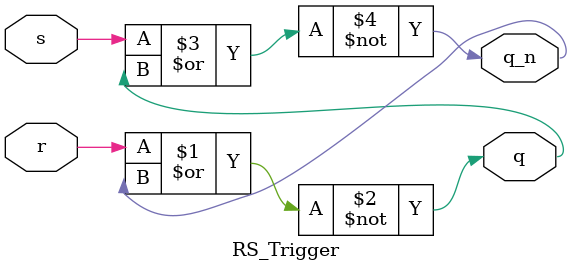
<source format=v>
module RS_Trigger
(
	input s,
	input r,
	output q,
	output q_n
);
	assign q = ~ ( r | q_n );
	assign q_n = ~ ( s | q);
endmodule

</source>
